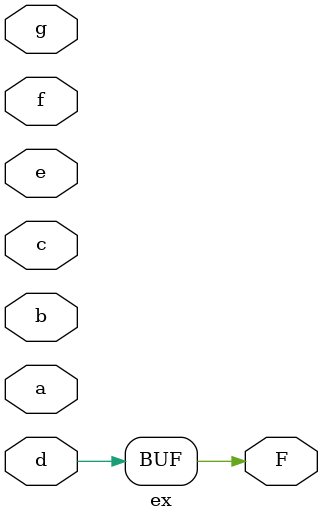
<source format=v>

module ex ( 
    a, b, c, d, e, f, g,
    F  );
  input  a, b, c, d, e, f, g;
  output F;
  assign F = d;
endmodule



</source>
